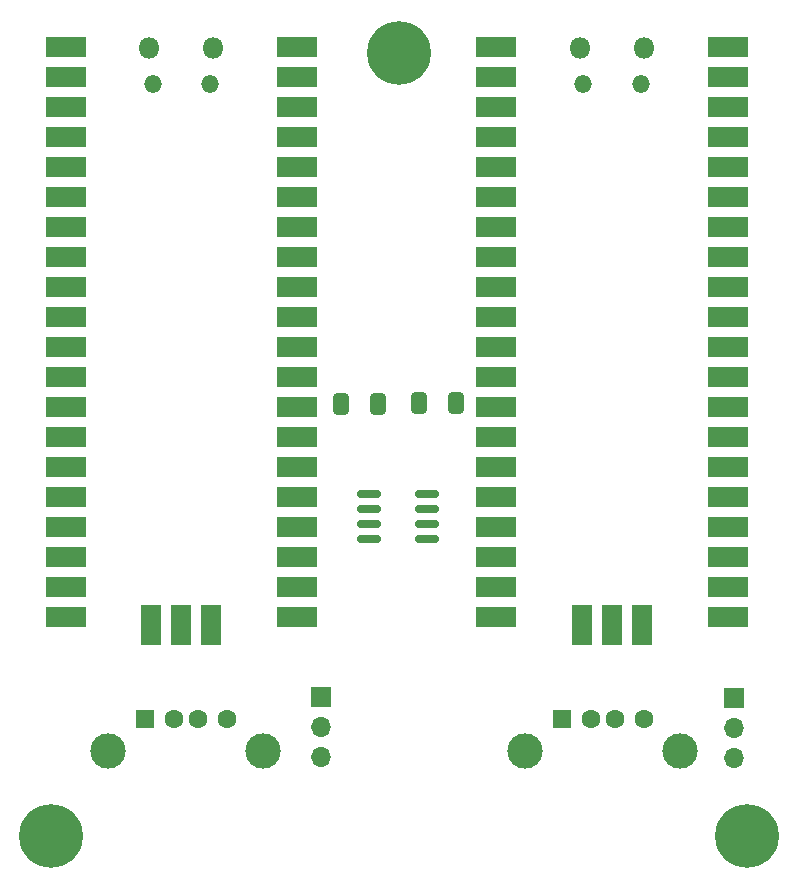
<source format=gbr>
%TF.GenerationSoftware,KiCad,Pcbnew,7.0.9*%
%TF.CreationDate,2023-12-24T22:12:45+01:00*%
%TF.ProjectId,DeskHop,4465736b-486f-4702-9e6b-696361645f70,rev?*%
%TF.SameCoordinates,Original*%
%TF.FileFunction,Soldermask,Top*%
%TF.FilePolarity,Negative*%
%FSLAX46Y46*%
G04 Gerber Fmt 4.6, Leading zero omitted, Abs format (unit mm)*
G04 Created by KiCad (PCBNEW 7.0.9) date 2023-12-24 22:12:45*
%MOMM*%
%LPD*%
G01*
G04 APERTURE LIST*
G04 Aperture macros list*
%AMRoundRect*
0 Rectangle with rounded corners*
0 $1 Rounding radius*
0 $2 $3 $4 $5 $6 $7 $8 $9 X,Y pos of 4 corners*
0 Add a 4 corners polygon primitive as box body*
4,1,4,$2,$3,$4,$5,$6,$7,$8,$9,$2,$3,0*
0 Add four circle primitives for the rounded corners*
1,1,$1+$1,$2,$3*
1,1,$1+$1,$4,$5*
1,1,$1+$1,$6,$7*
1,1,$1+$1,$8,$9*
0 Add four rect primitives between the rounded corners*
20,1,$1+$1,$2,$3,$4,$5,0*
20,1,$1+$1,$4,$5,$6,$7,0*
20,1,$1+$1,$6,$7,$8,$9,0*
20,1,$1+$1,$8,$9,$2,$3,0*%
G04 Aperture macros list end*
%ADD10O,1.800000X1.800000*%
%ADD11O,1.500000X1.500000*%
%ADD12R,3.500000X1.700000*%
%ADD13R,1.700000X3.500000*%
%ADD14C,3.100000*%
%ADD15C,5.400000*%
%ADD16RoundRect,0.250000X-0.412500X-0.650000X0.412500X-0.650000X0.412500X0.650000X-0.412500X0.650000X0*%
%ADD17R,1.600000X1.500000*%
%ADD18C,1.600000*%
%ADD19C,3.000000*%
%ADD20R,1.700000X1.700000*%
%ADD21O,1.700000X1.700000*%
%ADD22RoundRect,0.150000X-0.825000X-0.150000X0.825000X-0.150000X0.825000X0.150000X-0.825000X0.150000X0*%
%ADD23RoundRect,0.250000X0.412500X0.650000X-0.412500X0.650000X-0.412500X-0.650000X0.412500X-0.650000X0*%
G04 APERTURE END LIST*
D10*
%TO.C,U1*%
X82619000Y-44834000D03*
D11*
X82919000Y-47864000D03*
X87769000Y-47864000D03*
D10*
X88069000Y-44834000D03*
D12*
X75554000Y-44704000D03*
X75554000Y-47244000D03*
X75554000Y-49784000D03*
X75554000Y-52324000D03*
X75554000Y-54864000D03*
X75554000Y-57404000D03*
X75554000Y-59944000D03*
X75554000Y-62484000D03*
X75554000Y-65024000D03*
X75554000Y-67564000D03*
X75554000Y-70104000D03*
X75554000Y-72644000D03*
X75554000Y-75184000D03*
X75554000Y-77724000D03*
X75554000Y-80264000D03*
X75554000Y-82804000D03*
X75554000Y-85344000D03*
X75554000Y-87884000D03*
X75554000Y-90424000D03*
X75554000Y-92964000D03*
X95134000Y-92964000D03*
X95134000Y-90424000D03*
X95134000Y-87884000D03*
X95134000Y-85344000D03*
X95134000Y-82804000D03*
X95134000Y-80264000D03*
X95134000Y-77724000D03*
X95134000Y-75184000D03*
X95134000Y-72644000D03*
X95134000Y-70104000D03*
X95134000Y-67564000D03*
X95134000Y-65024000D03*
X95134000Y-62484000D03*
X95134000Y-59944000D03*
X95134000Y-57404000D03*
X95134000Y-54864000D03*
X95134000Y-52324000D03*
X95134000Y-49784000D03*
X95134000Y-47244000D03*
X95134000Y-44704000D03*
D13*
X82804000Y-93634000D03*
X85344000Y-93634000D03*
X87884000Y-93634000D03*
%TD*%
D10*
%TO.C,U2*%
X46160523Y-44818249D03*
D11*
X46460523Y-47848249D03*
X51310523Y-47848249D03*
D10*
X51610523Y-44818249D03*
D12*
X39095523Y-44688249D03*
X39095523Y-47228249D03*
X39095523Y-49768249D03*
X39095523Y-52308249D03*
X39095523Y-54848249D03*
X39095523Y-57388249D03*
X39095523Y-59928249D03*
X39095523Y-62468249D03*
X39095523Y-65008249D03*
X39095523Y-67548249D03*
X39095523Y-70088249D03*
X39095523Y-72628249D03*
X39095523Y-75168249D03*
X39095523Y-77708249D03*
X39095523Y-80248249D03*
X39095523Y-82788249D03*
X39095523Y-85328249D03*
X39095523Y-87868249D03*
X39095523Y-90408249D03*
X39095523Y-92948249D03*
X58675523Y-92948249D03*
X58675523Y-90408249D03*
X58675523Y-87868249D03*
X58675523Y-85328249D03*
X58675523Y-82788249D03*
X58675523Y-80248249D03*
X58675523Y-77708249D03*
X58675523Y-75168249D03*
X58675523Y-72628249D03*
X58675523Y-70088249D03*
X58675523Y-67548249D03*
X58675523Y-65008249D03*
X58675523Y-62468249D03*
X58675523Y-59928249D03*
X58675523Y-57388249D03*
X58675523Y-54848249D03*
X58675523Y-52308249D03*
X58675523Y-49768249D03*
X58675523Y-47228249D03*
X58675523Y-44688249D03*
D13*
X46345523Y-93618249D03*
X48885523Y-93618249D03*
X51425523Y-93618249D03*
%TD*%
D14*
%TO.C,H3*%
X67310000Y-45212000D03*
D15*
X67310000Y-45212000D03*
%TD*%
D16*
%TO.C,C2*%
X69041691Y-74877665D03*
X72166691Y-74877665D03*
%TD*%
D17*
%TO.C,J4*%
X45776000Y-101574000D03*
D18*
X48276000Y-101574000D03*
X50276000Y-101574000D03*
X52776000Y-101574000D03*
D19*
X42706000Y-104284000D03*
X55846000Y-104284000D03*
%TD*%
D20*
%TO.C,J3*%
X95667537Y-99795757D03*
D21*
X95667537Y-102335757D03*
X95667537Y-104875757D03*
%TD*%
D14*
%TO.C,H2*%
X96774000Y-111506000D03*
D15*
X96774000Y-111506000D03*
%TD*%
D17*
%TO.C,J1*%
X81082000Y-101574000D03*
D18*
X83582000Y-101574000D03*
X85582000Y-101574000D03*
X88082000Y-101574000D03*
D19*
X78012000Y-104284000D03*
X91152000Y-104284000D03*
%TD*%
D14*
%TO.C,H1*%
X37846000Y-111506000D03*
D15*
X37846000Y-111506000D03*
%TD*%
D22*
%TO.C,U4*%
X64753070Y-82571110D03*
X64753070Y-83841110D03*
X64753070Y-85111110D03*
X64753070Y-86381110D03*
X69703070Y-86381110D03*
X69703070Y-85111110D03*
X69703070Y-83841110D03*
X69703070Y-82571110D03*
%TD*%
D20*
%TO.C,J2*%
X60731042Y-99717876D03*
D21*
X60731042Y-102257876D03*
X60731042Y-104797876D03*
%TD*%
D23*
%TO.C,C1*%
X65572536Y-74929999D03*
X62447536Y-74929999D03*
%TD*%
M02*

</source>
